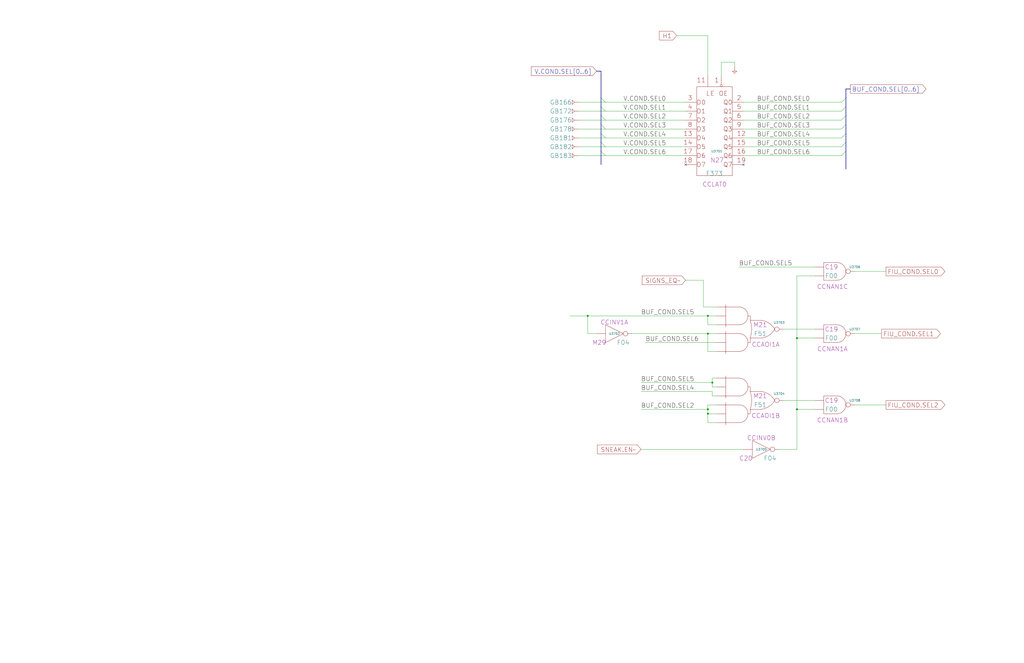
<source format=kicad_sch>
(kicad_sch (version 20211123) (generator eeschema)
  (paper "User" 584.2 378.46)
  (title_block (title "CONDITION LOGIC") (date "22-MAR-90") (rev "1.0") (comment 1 "VALUE") (comment 2 "232-003063") (comment 3 "S400") (comment 4 "RELEASED"))
  (lib_symbols
    (symbol "r1000:F00" (pin_numbers hide) (pin_names hide)
      (property "Reference" "U" (at 15.24 0 0))
      (property "Value" "F00" (at 1.905 -5.08 0))
      (property "Location" "___" (at 1.905 0 0))
      (property "Name" "______" (at 2.54 -12.7 0))
      (symbol "F00_0_1"
        (polyline (pts (xy -2.54 -7.62) (xy 5.08 -7.62)) (stroke (width 0.1524)))
        (polyline (pts (xy -2.54 2.54) (xy -2.54 -7.62)) (stroke (width 0.1524)))
        (polyline (pts (xy -2.54 2.54) (xy 5.08 2.54)) (stroke (width 0.1524)))
        (arc (start 5.08 -7.62) (mid 10.1282 -2.54) (end 5.08 2.54) (stroke (width 0.1524)))
        (circle (center 11.43 -2.54) (radius 1.27) (stroke (width 0.1524)))
      )
      (symbol "F00_0_2"
        (circle (center -3.81 -5.08) (radius 1.27) (stroke (width 0.1524)))
        (circle (center -3.81 0) (radius 1.27) (stroke (width 0.1524)))
        (arc (start -3.175 -7.62) (mid -2.134 -2.54) (end -3.175 2.54) (stroke (width 0.1524)))
        (polyline (pts (xy -3.175 -7.62) (xy 3.81 -7.62)) (stroke (width 0.1524)))
        (polyline (pts (xy -3.175 2.54) (xy 3.81 2.54)) (stroke (width 0.1524)))
        (arc (start 3.81 -7.62) (mid 7.5855 -5.8306) (end 10.16 -2.54) (stroke (width 0.1524)))
        (arc (start 10.16 -2.54) (mid 7.5827 0.7471) (end 3.81 2.54) (stroke (width 0.1524)))
      )
      (symbol "F00_1_1"
        (pin input line (at -7.62 0 0) (length 5.08) (name "D0") (number "1"))
        (pin input line (at -7.62 -5.08 0) (length 5.08) (name "D1") (number "2"))
        (pin output line (at 15.24 -2.54 180) (length 2.54) (name "Q") (number "3"))
      )
      (symbol "F00_1_2"
        (pin input line (at -7.62 0 0) (length 2.54) (name "D0") (number "1"))
        (pin input line (at -7.62 -5.08 0) (length 2.54) (name "D1") (number "2"))
        (pin output line (at 15.24 -2.54 180) (length 5.08) (name "Q") (number "3"))
      )
    )
    (symbol "r1000:F04" (pin_numbers hide) (pin_names hide)
      (property "Reference" "U" (at 0 0 0))
      (property "Value" "F04" (at 1.27 -5.08 0))
      (property "Location" "___" (at -12.7 -5.08 0))
      (property "Name" "______" (at 0 5.08 0))
      (symbol "F04_0_1"
        (polyline (pts (xy -7.62 0) (xy -5.08 0)) (stroke (width 0.1524)))
        (polyline (pts (xy -5.08 5.08) (xy -5.08 -5.08)) (stroke (width 0.1524)))
        (polyline (pts (xy 5.08 0) (xy -5.08 -5.08)) (stroke (width 0.1524)))
        (polyline (pts (xy 5.08 0) (xy -5.08 5.08)) (stroke (width 0.1524)))
        (circle (center 6.35 0) (radius 1.27) (stroke (width 0.1524)))
      )
      (symbol "F04_1_1"
        (pin input line (at -10.16 0 0) (length 2.54) (name "D") (number "1"))
        (pin output line (at 10.16 0 180) (length 2.54) (name "Q") (number "2"))
      )
    )
    (symbol "r1000:F373" (pin_numbers hide) (pin_names (offset 1.016) hide)
      (property "Reference" "U" (at 2.54 5.08 0))
      (property "Value" "F373" (at -3.81 -7.62 0))
      (property "Location" "___" (at -1.27 0 0))
      (property "Name" "______" (at 1.27 -15.24 0))
      (symbol "F373_1_1"
        (rectangle (start -8.89 41.91) (end 11.43 -8.89))
        (circle (center 5.08 42.545) (radius 0.635))
        (text "0" (at -5.08 33.02 0) (effects (font (size 2.54 2.54))))
        (text "0" (at 10.16 33.02 0) (effects (font (size 2.54 2.54))))
        (text "1" (at -15.24 0 0) (effects (font (size 2.54 2.54))))
        (text "1" (at -15.24 5.08 0) (effects (font (size 2.54 2.54))))
        (text "1" (at -15.24 10.16 0) (effects (font (size 2.54 2.54))))
        (text "1" (at -15.24 15.24 0) (effects (font (size 2.54 2.54))))
        (text "1" (at -7.62 45.72 0) (effects (font (size 2.54 2.54))))
        (text "1" (at -5.08 27.94 0) (effects (font (size 2.54 2.54))))
        (text "1" (at -5.08 45.72 0) (effects (font (size 2.54 2.54))))
        (text "1" (at 2.54 45.72 0) (effects (font (size 2.54 2.54))))
        (text "1" (at 10.16 27.94 0) (effects (font (size 2.54 2.54))))
        (text "1" (at 15.24 0 0) (effects (font (size 2.54 2.54))))
        (text "1" (at 15.24 5.08 0) (effects (font (size 2.54 2.54))))
        (text "1" (at 15.24 10.16 0) (effects (font (size 2.54 2.54))))
        (text "1" (at 15.24 15.24 0) (effects (font (size 2.54 2.54))))
        (text "2" (at -5.08 22.86 0) (effects (font (size 2.54 2.54))))
        (text "2" (at 10.16 22.86 0) (effects (font (size 2.54 2.54))))
        (text "2" (at 15.24 35.56 0) (effects (font (size 2.54 2.54))))
        (text "2" (at 17.78 15.24 0) (effects (font (size 2.54 2.54))))
        (text "3" (at -12.7 15.24 0) (effects (font (size 2.54 2.54))))
        (text "3" (at -12.7 35.56 0) (effects (font (size 2.54 2.54))))
        (text "3" (at -5.08 17.78 0) (effects (font (size 2.54 2.54))))
        (text "3" (at 10.16 17.78 0) (effects (font (size 2.54 2.54))))
        (text "4" (at -12.7 10.16 0) (effects (font (size 2.54 2.54))))
        (text "4" (at -12.7 30.48 0) (effects (font (size 2.54 2.54))))
        (text "4" (at -5.08 12.7 0) (effects (font (size 2.54 2.54))))
        (text "4" (at 10.16 12.7 0) (effects (font (size 2.54 2.54))))
        (text "5" (at -5.08 7.62 0) (effects (font (size 2.54 2.54))))
        (text "5" (at 10.16 7.62 0) (effects (font (size 2.54 2.54))))
        (text "5" (at 15.24 30.48 0) (effects (font (size 2.54 2.54))))
        (text "5" (at 17.78 10.16 0) (effects (font (size 2.54 2.54))))
        (text "6" (at -5.08 2.54 0) (effects (font (size 2.54 2.54))))
        (text "6" (at 10.16 2.54 0) (effects (font (size 2.54 2.54))))
        (text "6" (at 15.24 25.4 0) (effects (font (size 2.54 2.54))))
        (text "6" (at 17.78 5.08 0) (effects (font (size 2.54 2.54))))
        (text "7" (at -12.7 5.08 0) (effects (font (size 2.54 2.54))))
        (text "7" (at -12.7 25.4 0) (effects (font (size 2.54 2.54))))
        (text "7" (at -5.08 -2.54 0) (effects (font (size 2.54 2.54))))
        (text "7" (at 10.16 -2.54 0) (effects (font (size 2.54 2.54))))
        (text "8" (at -12.7 0 0) (effects (font (size 2.54 2.54))))
        (text "8" (at -12.7 20.32 0) (effects (font (size 2.54 2.54))))
        (text "9" (at 15.24 20.32 0) (effects (font (size 2.54 2.54))))
        (text "9" (at 17.78 0 0) (effects (font (size 2.54 2.54))))
        (text "D" (at -7.62 -2.54 0) (effects (font (size 2.54 2.54))))
        (text "D" (at -7.62 2.54 0) (effects (font (size 2.54 2.54))))
        (text "D" (at -7.62 7.62 0) (effects (font (size 2.54 2.54))))
        (text "D" (at -7.62 12.7 0) (effects (font (size 2.54 2.54))))
        (text "D" (at -7.62 17.78 0) (effects (font (size 2.54 2.54))))
        (text "D" (at -7.62 22.86 0) (effects (font (size 2.54 2.54))))
        (text "D" (at -7.62 27.94 0) (effects (font (size 2.54 2.54))))
        (text "D" (at -7.62 33.02 0) (effects (font (size 2.54 2.54))))
        (text "E" (at 0 38.1 0) (effects (font (size 2.54 2.54))))
        (text "E" (at 7.62 38.1 0) (effects (font (size 2.54 2.54))))
        (text "L" (at -2.54 38.1 0) (effects (font (size 2.54 2.54))))
        (text "O" (at 5.08 38.1 0) (effects (font (size 2.54 2.54))))
        (text "Q" (at 7.62 -2.54 0) (effects (font (size 2.54 2.54))))
        (text "Q" (at 7.62 2.54 0) (effects (font (size 2.54 2.54))))
        (text "Q" (at 7.62 7.62 0) (effects (font (size 2.54 2.54))))
        (text "Q" (at 7.62 12.7 0) (effects (font (size 2.54 2.54))))
        (text "Q" (at 7.62 17.78 0) (effects (font (size 2.54 2.54))))
        (text "Q" (at 7.62 22.86 0) (effects (font (size 2.54 2.54))))
        (text "Q" (at 7.62 27.94 0) (effects (font (size 2.54 2.54))))
        (text "Q" (at 7.62 33.02 0) (effects (font (size 2.54 2.54))))
        (pin input line (at 5.08 48.26 270) (length 5.08) (name "OE_") (number "1"))
        (pin input line (at -2.54 48.26 270) (length 6.35) (name "LE") (number "11"))
        (pin tri_state line (at 17.78 12.7 180) (length 6.35) (name "Q4") (number "12"))
        (pin input line (at -15.24 12.7 0) (length 6.35) (name "D4") (number "13"))
        (pin input line (at -15.24 7.62 0) (length 6.35) (name "D5") (number "14"))
        (pin tri_state line (at 17.78 7.62 180) (length 6.35) (name "Q5") (number "15"))
        (pin tri_state line (at 17.78 2.54 180) (length 6.35) (name "Q6") (number "16"))
        (pin input line (at -15.24 2.54 0) (length 6.35) (name "D6") (number "17"))
        (pin input line (at -15.24 -2.54 0) (length 6.35) (name "D7") (number "18"))
        (pin tri_state line (at 17.78 -2.54 180) (length 6.35) (name "Q7") (number "19"))
        (pin tri_state line (at 17.78 33.02 180) (length 6.35) (name "Q0") (number "2"))
        (pin input line (at -15.24 33.02 0) (length 6.35) (name "D0") (number "3"))
        (pin input line (at -15.24 27.94 0) (length 6.35) (name "D1") (number "4"))
        (pin tri_state line (at 17.78 27.94 180) (length 6.35) (name "Q1") (number "5"))
        (pin tri_state line (at 17.78 22.86 180) (length 6.35) (name "Q2") (number "6"))
        (pin input line (at -15.24 22.86 0) (length 6.35) (name "D2") (number "7"))
        (pin input line (at -15.24 17.78 0) (length 6.35) (name "D3") (number "8"))
        (pin tri_state line (at 17.78 17.78 180) (length 6.35) (name "Q3") (number "9"))
      )
    )
    (symbol "r1000:F51" (pin_numbers hide) (pin_names hide)
      (property "Reference" "U" (at 12.7 1.27 0))
      (property "Value" "F51" (at 1.905 -5.08 0))
      (property "Location" "___" (at 1.905 0 0))
      (property "Name" "______" (at 5.08 -12.7 0))
      (symbol "F51_0_0"
        (arc (start -10.16 -15.24) (mid -6.5679 -13.7521) (end -5.08 -10.16) (stroke (width 0.1524)))
        (arc (start -10.16 0) (mid -6.5679 1.4879) (end -5.08 5.08) (stroke (width 0.1524)))
        (arc (start -5.08 -10.16) (mid -6.5679 -6.5679) (end -10.16 -5.08) (stroke (width 0.1524)))
        (arc (start -5.08 5.08) (mid -6.5679 8.6721) (end -10.16 10.16) (stroke (width 0.1524)))
        (arc (start -3.8173 -7.62) (mid -2.9926 -2.54) (end -3.8173 2.54) (stroke (width 0.1524)))
        (polyline (pts (xy -20.32 -15.24) (xy -17.78 -15.24)) (stroke (width 0.1524)))
        (polyline (pts (xy -20.32 -10.16) (xy -17.78 -10.16)) (stroke (width 0.1524)))
        (polyline (pts (xy -20.32 -5.08) (xy -17.78 -5.08)) (stroke (width 0.1524)))
        (polyline (pts (xy -20.32 0) (xy -17.78 0)) (stroke (width 0.1524)))
        (polyline (pts (xy -20.32 5.08) (xy -17.78 5.08)) (stroke (width 0.1524)))
        (polyline (pts (xy -20.32 10.16) (xy -17.78 10.16)) (stroke (width 0.1524)))
        (polyline (pts (xy -17.78 -3.81) (xy -17.78 -16.51)) (stroke (width 0.1524)))
        (polyline (pts (xy -17.78 11.43) (xy -17.78 -1.27)) (stroke (width 0.1524)))
        (polyline (pts (xy -10.16 -15.24) (xy -17.78 -15.24)) (stroke (width 0.1524)))
        (polyline (pts (xy -10.16 -5.08) (xy -17.78 -5.08)) (stroke (width 0.1524)))
        (polyline (pts (xy -10.16 0) (xy -17.78 0)) (stroke (width 0.1524)))
        (polyline (pts (xy -10.16 10.16) (xy -17.78 10.16)) (stroke (width 0.1524)))
        (polyline (pts (xy -3.81 -7.62) (xy 2.54 -7.62)) (stroke (width 0.1524)))
        (polyline (pts (xy -3.81 2.54) (xy 2.54 2.54)) (stroke (width 0.1524)))
        (polyline (pts (xy -5.08 -10.16) (xy -3.81 -10.16) (xy -3.81 -7.62)) (stroke (width 0.1524)))
        (polyline (pts (xy -5.08 5.08) (xy -3.81 5.08) (xy -3.81 2.54)) (stroke (width 0.1524)))
        (arc (start 2.54 -7.62) (mid 6.9504 -5.9805) (end 10.16 -2.54) (stroke (width 0.1524)))
        (arc (start 10.16 -2.54) (mid 6.9516 0.9024) (end 2.54 2.54) (stroke (width 0.1524)))
        (circle (center 11.43 -2.54) (radius 1.27) (stroke (width 0.1524)))
      )
      (symbol "F51_1_1"
        (pin input line (at -22.86 10.16 0) (length 2.54) (name "A1") (number "1"))
        (pin input line (at -22.86 5.08 0) (length 2.54) (name "A2") (number "2"))
        (pin input line (at -22.86 0 0) (length 2.54) (name "A3") (number "3"))
        (pin input line (at -22.86 -5.08 0) (length 2.54) (name "B1") (number "4"))
        (pin input line (at -22.86 -10.16 0) (length 2.54) (name "B2") (number "5"))
        (pin input line (at -22.86 -15.24 0) (length 2.54) (name "B3") (number "6"))
        (pin output line (at 15.24 -2.54 180) (length 2.54) (name "Q") (number "7"))
      )
    )
    (symbol "r1000:GB" (pin_numbers hide) (pin_names (offset 0) hide)
      (property "Reference" "GB" (at 3.81 0 0))
      (symbol "GB_0_1"
        (polyline (pts (xy 2.54 0) (xy 3.81 1.27) (xy 3.81 -1.27) (xy 2.54 0)) (stroke (width 0.1524)))
      )
      (symbol "GB_1_1"
        (pin bidirectional line (at 0 0 0) (length 2.54) (name "") (number "1"))
      )
    )
    (symbol "r1000:PD" (power) (pin_numbers hide) (pin_names hide) (in_bom no)
      (symbol "PD_0_1"
        (polyline (pts (xy 0 -2.54) (xy 1.27 -2.54) (xy 0 -3.81) (xy -1.27 -2.54) (xy 0 -2.54)) (stroke (width 0.1524)))
      )
      (symbol "PD_1_1"
        (pin power_in line (at 0 0 270) (length 2.54) (name "PD") (number "1"))
      )
    )
  )
  (bus (pts (xy 340.36 40.64) (xy 342.9 40.64)))
  (bus (pts (xy 342.9 40.64) (xy 342.9 55.88)))
  (bus (pts (xy 342.9 55.88) (xy 342.9 60.96)))
  (bus (pts (xy 342.9 60.96) (xy 342.9 66.04)))
  (bus (pts (xy 342.9 66.04) (xy 342.9 71.12)))
  (bus (pts (xy 342.9 71.12) (xy 342.9 76.2)))
  (bus (pts (xy 342.9 76.2) (xy 342.9 81.28)))
  (bus (pts (xy 342.9 81.28) (xy 342.9 86.36)))
  (bus (pts (xy 342.9 86.36) (xy 342.9 93.98)))
  (bus (pts (xy 482.6 50.8) (xy 482.6 55.88)))
  (bus (pts (xy 482.6 50.8) (xy 485.14 50.8)))
  (bus (pts (xy 482.6 55.88) (xy 482.6 60.96)))
  (bus (pts (xy 482.6 60.96) (xy 482.6 66.04)))
  (bus (pts (xy 482.6 66.04) (xy 482.6 71.12)))
  (bus (pts (xy 482.6 71.12) (xy 482.6 76.2)))
  (bus (pts (xy 482.6 76.2) (xy 482.6 81.28)))
  (bus (pts (xy 482.6 81.28) (xy 482.6 86.36)))
  (bus (pts (xy 482.6 86.36) (xy 482.6 96.52)))
  (wire (pts (xy 325.12 180.34) (xy 335.28 180.34)))
  (wire (pts (xy 330.2 58.42) (xy 345.44 58.42)))
  (wire (pts (xy 330.2 63.5) (xy 345.44 63.5)))
  (wire (pts (xy 330.2 68.58) (xy 345.44 68.58)))
  (wire (pts (xy 330.2 73.66) (xy 345.44 73.66)))
  (wire (pts (xy 330.2 78.74) (xy 345.44 78.74)))
  (wire (pts (xy 330.2 83.82) (xy 345.44 83.82)))
  (wire (pts (xy 330.2 88.9) (xy 345.44 88.9)))
  (wire (pts (xy 335.28 180.34) (xy 403.86 180.34)))
  (wire (pts (xy 335.28 190.5) (xy 335.28 180.34)))
  (wire (pts (xy 340.36 190.5) (xy 335.28 190.5)))
  (wire (pts (xy 345.44 58.42) (xy 391.16 58.42)))
  (wire (pts (xy 345.44 63.5) (xy 391.16 63.5)))
  (wire (pts (xy 345.44 68.58) (xy 391.16 68.58)))
  (wire (pts (xy 345.44 73.66) (xy 391.16 73.66)))
  (wire (pts (xy 345.44 78.74) (xy 391.16 78.74)))
  (wire (pts (xy 345.44 83.82) (xy 391.16 83.82)))
  (wire (pts (xy 345.44 88.9) (xy 391.16 88.9)))
  (wire (pts (xy 360.68 190.5) (xy 403.86 190.5)))
  (wire (pts (xy 365.76 218.44) (xy 406.4 218.44)))
  (wire (pts (xy 365.76 233.68) (xy 403.86 233.68)))
  (wire (pts (xy 365.76 256.54) (xy 424.18 256.54)))
  (wire (pts (xy 368.3 195.58) (xy 408.94 195.58)))
  (wire (pts (xy 386.08 20.32) (xy 403.86 20.32)))
  (wire (pts (xy 391.16 160.02) (xy 401.32 160.02)))
  (wire (pts (xy 401.32 160.02) (xy 401.32 175.26)))
  (wire (pts (xy 401.32 175.26) (xy 408.94 175.26)))
  (wire (pts (xy 403.86 180.34) (xy 408.94 180.34)))
  (wire (pts (xy 403.86 185.42) (xy 403.86 180.34)))
  (wire (pts (xy 403.86 190.5) (xy 408.94 190.5)))
  (wire (pts (xy 403.86 20.32) (xy 403.86 43.18)))
  (wire (pts (xy 403.86 200.66) (xy 403.86 190.5)))
  (wire (pts (xy 403.86 231.14) (xy 408.94 231.14)))
  (wire (pts (xy 403.86 233.68) (xy 403.86 231.14)))
  (wire (pts (xy 403.86 236.22) (xy 403.86 233.68)))
  (wire (pts (xy 403.86 236.22) (xy 408.94 236.22)))
  (wire (pts (xy 403.86 241.3) (xy 403.86 236.22)))
  (wire (pts (xy 406.4 215.9) (xy 406.4 218.44)))
  (wire (pts (xy 406.4 218.44) (xy 406.4 220.98)))
  (wire (pts (xy 406.4 220.98) (xy 408.94 220.98)))
  (wire (pts (xy 406.4 223.52) (xy 365.76 223.52)))
  (wire (pts (xy 406.4 226.06) (xy 406.4 223.52)))
  (wire (pts (xy 408.94 185.42) (xy 403.86 185.42)))
  (wire (pts (xy 408.94 200.66) (xy 403.86 200.66)))
  (wire (pts (xy 408.94 215.9) (xy 406.4 215.9)))
  (wire (pts (xy 408.94 226.06) (xy 406.4 226.06)))
  (wire (pts (xy 408.94 241.3) (xy 403.86 241.3)))
  (wire (pts (xy 411.48 35.56) (xy 411.48 43.18)))
  (wire (pts (xy 419.1 35.56) (xy 411.48 35.56)))
  (wire (pts (xy 419.1 38.1) (xy 419.1 35.56)))
  (wire (pts (xy 421.64 152.4) (xy 464.82 152.4)))
  (wire (pts (xy 424.18 58.42) (xy 480.06 58.42)))
  (wire (pts (xy 424.18 63.5) (xy 480.06 63.5)))
  (wire (pts (xy 424.18 68.58) (xy 480.06 68.58)))
  (wire (pts (xy 424.18 73.66) (xy 480.06 73.66)))
  (wire (pts (xy 424.18 78.74) (xy 480.06 78.74)))
  (wire (pts (xy 424.18 83.82) (xy 480.06 83.82)))
  (wire (pts (xy 424.18 88.9) (xy 480.06 88.9)))
  (wire (pts (xy 444.5 256.54) (xy 454.66 256.54)))
  (wire (pts (xy 447.04 187.96) (xy 464.82 187.96)))
  (wire (pts (xy 447.04 228.6) (xy 464.82 228.6)))
  (wire (pts (xy 454.66 157.48) (xy 464.82 157.48)))
  (wire (pts (xy 454.66 193.04) (xy 454.66 157.48)))
  (wire (pts (xy 454.66 193.04) (xy 464.82 193.04)))
  (wire (pts (xy 454.66 233.68) (xy 454.66 193.04)))
  (wire (pts (xy 454.66 233.68) (xy 464.82 233.68)))
  (wire (pts (xy 454.66 256.54) (xy 454.66 233.68)))
  (wire (pts (xy 487.68 154.94) (xy 505.46 154.94)))
  (wire (pts (xy 487.68 190.5) (xy 502.92 190.5)))
  (wire (pts (xy 487.68 231.14) (xy 505.46 231.14)))
  (symbol (lib_id "r1000:GB") (at 330.2 58.42 0) (mirror y) (unit 1)
    (property "Reference" "GB166" (at 326.39 58.42 0) (effects (font (size 2.54 2.54)) (justify left)))
    (property "Value" "GB" (effects hide))
  )
  (symbol (lib_id "r1000:GB") (at 330.2 63.5 0) (mirror y) (unit 1)
    (property "Reference" "GB172" (at 326.39 63.5 0) (effects (font (size 2.54 2.54)) (justify left)))
    (property "Value" "GB" (effects hide))
  )
  (symbol (lib_id "r1000:GB") (at 330.2 68.58 0) (mirror y) (unit 1)
    (property "Reference" "GB176" (at 326.39 68.58 0) (effects (font (size 2.54 2.54)) (justify left)))
    (property "Value" "GB" (effects hide))
  )
  (symbol (lib_id "r1000:GB") (at 330.2 73.66 0) (mirror y) (unit 1)
    (property "Reference" "GB178" (at 326.39 73.66 0) (effects (font (size 2.54 2.54)) (justify left)))
    (property "Value" "GB" (effects hide))
  )
  (symbol (lib_id "r1000:GB") (at 330.2 78.74 0) (mirror y) (unit 1)
    (property "Reference" "GB181" (at 326.39 78.74 0) (effects (font (size 2.54 2.54)) (justify left)))
    (property "Value" "GB" (effects hide))
  )
  (symbol (lib_id "r1000:GB") (at 330.2 83.82 0) (mirror y) (unit 1)
    (property "Reference" "GB182" (at 326.39 83.82 0) (effects (font (size 2.54 2.54)) (justify left)))
    (property "Value" "GB" (effects hide))
  )
  (symbol (lib_id "r1000:GB") (at 330.2 88.9 0) (mirror y) (unit 1)
    (property "Reference" "GB183" (at 326.39 88.9 0) (effects (font (size 2.54 2.54)) (justify left)))
    (property "Value" "GB" (effects hide))
  )
  (junction (at 335.28 180.34))
  (global_label "V.COND.SEL[0..6]" (shape input) (at 340.36 40.64 180) (effects (font (size 2.54 2.54))) (property "Intersheet References" "${INTERSHEET_REFS}" (at 303.1188 40.4813 0) (effects (font (size 2.54 2.54)) (justify right))))
  (bus_entry (at 342.9 55.88) (size 2.54 2.54))
  (bus_entry (at 342.9 60.96) (size 2.54 2.54))
  (bus_entry (at 342.9 66.04) (size 2.54 2.54))
  (bus_entry (at 342.9 71.12) (size 2.54 2.54))
  (bus_entry (at 342.9 76.2) (size 2.54 2.54))
  (bus_entry (at 342.9 81.28) (size 2.54 2.54))
  (bus_entry (at 342.9 86.36) (size 2.54 2.54))
  (symbol (lib_id "r1000:F04") (at 350.52 190.5 0) (unit 1)
    (property "Reference" "U3702" (at 350.52 190.5 0))
    (property "Value" "F04" (at 351.79 195.58 0) (effects (font (size 2.54 2.54)) (justify left)))
    (property "Location" "M29" (at 337.82 195.58 0) (effects (font (size 2.54 2.54)) (justify left)))
    (property "Name" "CCINV1A" (at 350.52 185.42 0) (effects (font (size 2.54 2.54)) (justify bottom)))
  )
  (label "V.COND.SEL0" (at 355.6 58.42 0) (effects (font (size 2.54 2.54))))
  (label "V.COND.SEL1" (at 355.6 63.5 0) (effects (font (size 2.54 2.54))))
  (label "V.COND.SEL2" (at 355.6 68.58 0) (effects (font (size 2.54 2.54))))
  (label "V.COND.SEL3" (at 355.6 73.66 0) (effects (font (size 2.54 2.54))))
  (label "V.COND.SEL4" (at 355.6 78.74 0) (effects (font (size 2.54 2.54))))
  (label "V.COND.SEL5" (at 355.6 83.82 0) (effects (font (size 2.54 2.54))))
  (label "V.COND.SEL6" (at 355.6 88.9 0) (effects (font (size 2.54 2.54))))
  (label "BUF_COND.SEL5" (at 365.76 180.34 0) (effects (font (size 2.54 2.54))))
  (label "BUF_COND.SEL5" (at 365.76 218.44 0) (effects (font (size 2.54 2.54))))
  (label "BUF_COND.SEL4" (at 365.76 223.52 0) (effects (font (size 2.54 2.54))))
  (label "BUF_COND.SEL2" (at 365.76 233.68 0) (effects (font (size 2.54 2.54))))
  (global_label "SNEAK.EN~" (shape input) (at 365.76 256.54 180) (effects (font (size 2.54 2.54))) (property "Intersheet References" "${INTERSHEET_REFS}" (at 340.8559 256.3813 0) (effects (font (size 2.54 2.54)) (justify right))))
  (label "BUF_COND.SEL6" (at 368.3 195.58 0) (effects (font (size 2.54 2.54))))
  (global_label "H1" (shape input) (at 386.08 20.32 180) (effects (font (size 2.54 2.54))) (property "Intersheet References" "${INTERSHEET_REFS}" (at 376.174 20.1613 0) (effects (font (size 2.54 2.54)) (justify right))))
  (no_connect (at 391.16 93.98))
  (global_label "SIGNS_EQ~" (shape input) (at 391.16 160.02 180) (effects (font (size 2.54 2.54))) (property "Intersheet References" "${INTERSHEET_REFS}" (at 366.3769 159.8613 0) (effects (font (size 2.54 2.54)) (justify right))))
  (junction (at 403.86 180.34))
  (junction (at 403.86 190.5))
  (junction (at 403.86 233.68))
  (junction (at 403.86 236.22))
  (symbol (lib_id "r1000:F373") (at 406.4 91.44 0) (unit 1)
    (property "Reference" "U3701" (at 408.94 86.36 0))
    (property "Value" "F373" (at 402.59 99.06 0) (effects (font (size 2.54 2.54)) (justify left)))
    (property "Location" "N27" (at 405.13 91.44 0) (effects (font (size 2.54 2.54)) (justify left)))
    (property "Name" "CCLAT0" (at 407.67 106.68 0) (effects (font (size 2.54 2.54)) (justify bottom)))
  )
  (junction (at 406.4 218.44))
  (symbol (lib_id "r1000:PD") (at 419.1 38.1 0) (unit 1) (in_bom no)
    (property "Reference" "#PWR03701" (effects hide))
    (property "Value" "PD" (effects hide))
  )
  (label "BUF_COND.SEL5" (at 421.64 152.4 0) (effects (font (size 2.54 2.54))))
  (no_connect (at 424.18 93.98))
  (label "BUF_COND.SEL0" (at 431.8 58.42 0) (effects (font (size 2.54 2.54))))
  (label "BUF_COND.SEL1" (at 431.8 63.5 0) (effects (font (size 2.54 2.54))))
  (label "BUF_COND.SEL2" (at 431.8 68.58 0) (effects (font (size 2.54 2.54))))
  (label "BUF_COND.SEL3" (at 431.8 73.66 0) (effects (font (size 2.54 2.54))))
  (label "BUF_COND.SEL4" (at 431.8 78.74 0) (effects (font (size 2.54 2.54))))
  (label "BUF_COND.SEL5" (at 431.8 83.82 0) (effects (font (size 2.54 2.54))))
  (label "BUF_COND.SEL6" (at 431.8 88.9 0) (effects (font (size 2.54 2.54))))
  (symbol (lib_id "r1000:F51") (at 431.8 185.42 0) (unit 1)
    (property "Reference" "U3703" (at 444.5 184.15 0))
    (property "Value" "F51" (at 433.705 190.5 0) (effects (font (size 2.54 2.54))))
    (property "Location" "M21" (at 433.705 185.42 0) (effects (font (size 2.54 2.54))))
    (property "Name" "CCAOI1A" (at 436.88 198.12 0) (effects (font (size 2.54 2.54)) (justify bottom)))
  )
  (symbol (lib_id "r1000:F51") (at 431.8 226.06 0) (unit 1)
    (property "Reference" "U3704" (at 444.5 224.79 0))
    (property "Value" "F51" (at 433.705 231.14 0) (effects (font (size 2.54 2.54))))
    (property "Location" "M21" (at 433.705 226.06 0) (effects (font (size 2.54 2.54))))
    (property "Name" "CCAOI1B" (at 436.88 238.76 0) (effects (font (size 2.54 2.54)) (justify bottom)))
  )
  (symbol (lib_id "r1000:F04") (at 434.34 256.54 0) (unit 1)
    (property "Reference" "U3705" (at 434.34 256.54 0))
    (property "Value" "F04" (at 435.61 261.62 0) (effects (font (size 2.54 2.54)) (justify left)))
    (property "Location" "C20" (at 421.64 261.62 0) (effects (font (size 2.54 2.54)) (justify left)))
    (property "Name" "CCINV0B" (at 434.34 251.46 0) (effects (font (size 2.54 2.54)) (justify bottom)))
  )
  (junction (at 454.66 193.04))
  (junction (at 454.66 233.68))
  (symbol (lib_id "r1000:F00") (at 472.44 152.4 0) (unit 1)
    (property "Reference" "U3706" (at 487.68 152.4 0))
    (property "Value" "F00" (at 474.345 157.48 0) (effects (font (size 2.54 2.54))))
    (property "Location" "C19" (at 474.345 152.4 0) (effects (font (size 2.54 2.54))))
    (property "Name" "CCNAN1C" (at 474.98 165.1 0) (effects (font (size 2.54 2.54)) (justify bottom)))
  )
  (symbol (lib_id "r1000:F00") (at 472.44 187.96 0) (unit 1)
    (property "Reference" "U3707" (at 487.68 187.96 0))
    (property "Value" "F00" (at 474.345 193.04 0) (effects (font (size 2.54 2.54))))
    (property "Location" "C19" (at 474.345 187.96 0) (effects (font (size 2.54 2.54))))
    (property "Name" "CCNAN1A" (at 474.98 200.66 0) (effects (font (size 2.54 2.54)) (justify bottom)))
  )
  (symbol (lib_id "r1000:F00") (at 472.44 228.6 0) (unit 1)
    (property "Reference" "U3708" (at 487.68 228.6 0))
    (property "Value" "F00" (at 474.345 233.68 0) (effects (font (size 2.54 2.54))))
    (property "Location" "C19" (at 474.345 228.6 0) (effects (font (size 2.54 2.54))))
    (property "Name" "CCNAN1B" (at 474.98 241.3 0) (effects (font (size 2.54 2.54)) (justify bottom)))
  )
  (bus_entry (at 482.6 55.88) (size -2.54 2.54))
  (bus_entry (at 482.6 60.96) (size -2.54 2.54))
  (bus_entry (at 482.6 66.04) (size -2.54 2.54))
  (bus_entry (at 482.6 71.12) (size -2.54 2.54))
  (bus_entry (at 482.6 76.2) (size -2.54 2.54))
  (bus_entry (at 482.6 81.28) (size -2.54 2.54))
  (bus_entry (at 482.6 86.36) (size -2.54 2.54))
  (global_label "BUF_COND.SEL[0..6]" (shape output) (at 485.14 50.8 0) (effects (font (size 2.54 2.54))) (property "Intersheet References" "${INTERSHEET_REFS}" (at 528.3079 50.6413 0) (effects (font (size 2.54 2.54)) (justify left))))
  (global_label "FIU_COND.SEL1" (shape output) (at 502.92 190.5 0) (effects (font (size 2.54 2.54))) (property "Intersheet References" "${INTERSHEET_REFS}" (at 536.5327 190.3413 0) (effects (font (size 2.54 2.54)) (justify left))))
  (global_label "FIU_COND.SEL0" (shape output) (at 505.46 154.94 0) (effects (font (size 2.54 2.54))) (property "Intersheet References" "${INTERSHEET_REFS}" (at 539.0727 154.7813 0) (effects (font (size 2.54 2.54)) (justify left))))
  (global_label "FIU_COND.SEL2" (shape output) (at 505.46 231.14 0) (effects (font (size 2.54 2.54))) (property "Intersheet References" "${INTERSHEET_REFS}" (at 539.0727 230.9813 0) (effects (font (size 2.54 2.54)) (justify left))))
)
</source>
